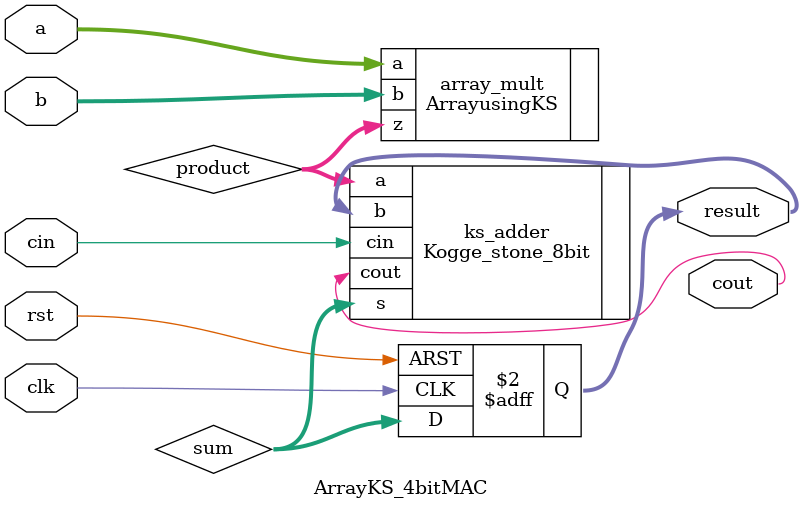
<source format=v>
module ArrayKS_4bitMAC (
    input [3:0] a,            // 4-bit multiplicand
    input [3:0] b,            // 4-bit multiplier
    input clk,
    input rst,
    input cin,                // Initial carry-in
    output reg [7:0] result,  // 8-bit result of MAC operation
    output cout               // Carry-out from adder
);
    wire [7:0] product;       // 8-bit product from multiplier
    wire [7:0] sum;           // 8-bit sum from the adder

    // Instantiate the 4-bit Array Multiplier
    ArrayusingKS array_mult (
        .a(a),
        .b(b),
        .z(product)
    );

    // Instantiate the 8-bit Kogge-Stone Adder
    Kogge_stone_8bit ks_adder (
        .a(product),
        .b(result),
        .cin(cin),              // Carry-in to the adder
        .s(sum),
        .cout(cout)             // Carry-out from the adder
    );

    // Always block to update result at each clock edge or reset
    always @(posedge clk or posedge rst) begin
        if (rst) begin
            result <= 8'b0;      // Reset the result to 0
        end else begin
            result <= sum;       // Update result with the sum from adder
        end
    end
endmodule



</source>
